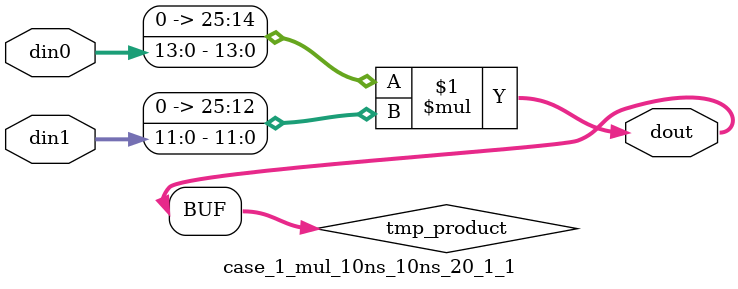
<source format=v>

`timescale 1 ns / 1 ps

 (* use_dsp = "no" *)  module case_1_mul_10ns_10ns_20_1_1(din0, din1, dout);
parameter ID = 1;
parameter NUM_STAGE = 0;
parameter din0_WIDTH = 14;
parameter din1_WIDTH = 12;
parameter dout_WIDTH = 26;

input [din0_WIDTH - 1 : 0] din0; 
input [din1_WIDTH - 1 : 0] din1; 
output [dout_WIDTH - 1 : 0] dout;

wire signed [dout_WIDTH - 1 : 0] tmp_product;
























assign tmp_product = $signed({1'b0, din0}) * $signed({1'b0, din1});











assign dout = tmp_product;





















endmodule

</source>
